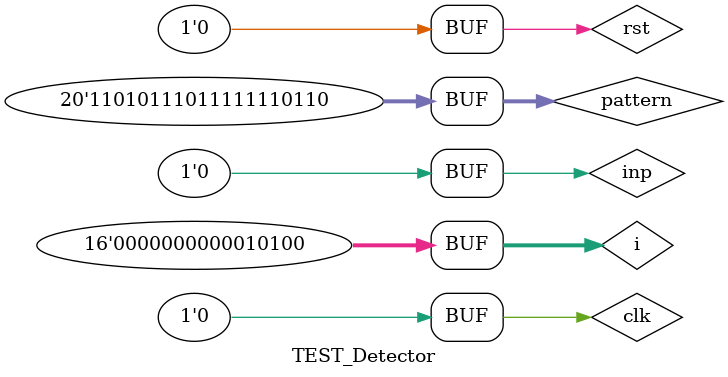
<source format=v>
`timescale 1ns / 1ps


module TEST_Detector;

	// Inputs
	reg inp;
	reg clk;
	reg rst;

	// Outputs
	wire result;
	wire [1:0] state;

	// Instantiate the Unit Under Test (UUT)
	Detector uut (
		.inp(inp), 
		.clk(clk), 
		.rst(rst), 
		.result(result), 
		.state(state)
	);
	
	reg [19:0] pattern = 20'b11010111011111110110;
	reg [15:0] i;
	initial begin
		// Initialize Inputs
		inp = 0;
		clk = 0;
		rst = 0;
		i = 0;

		// Wait 100 ns for global reset to finish
		#50;
        
		// Add stimulus here
		for (i = 0; i < 20; i = i + 1) begin
			inp = pattern[19-i];
			clk = ~clk; #5;
			clk = ~clk; #5;
		end
	end
      
endmodule


</source>
